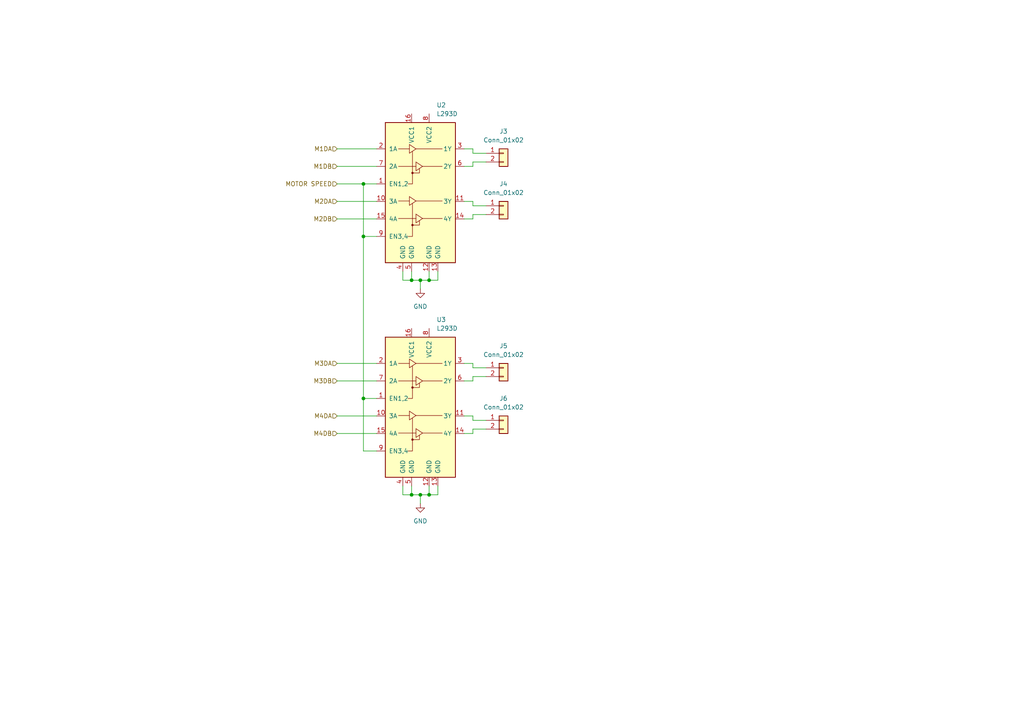
<source format=kicad_sch>
(kicad_sch (version 20250114) (generator "eeschema") (generator_version "9.0")
  (paper "A4")
  (title_block (title "Autonomous  Courier Robot \"Bad Apple\"") (date "2025-08-28") (rev "1") (company "Mixed Engineering Group 3 | STEM 12-Altruism / AY 2526 | CIT-U SHS"))
  (lib_symbols
    (symbol "Connector_Generic:Conn_01x02" (pin_names (offset 1.016) (hide yes))
      (property "Reference" "J" (at 0 2.54 0))
      (property "Value" "Conn_01x02" (at 0 -5.08 0))
      (symbol "Conn_01x02_1_1"
        (rectangle (start -1.27 1.27) (end 1.27 -3.81) (stroke (width 0.254)) (fill (type background)))
        (rectangle (start -1.27 0.127) (end 0 -0.127) (stroke (width 0.1524)))
        (rectangle (start -1.27 -2.413) (end 0 -2.667) (stroke (width 0.1524)))
        (pin passive line (at -5.08 0 0) (length 3.81) (name "Pin_1") (number "1"))
        (pin passive line (at -5.08 -2.54 0) (length 3.81) (name "Pin_2") (number "2"))
      )
    )
    (symbol "Driver_Motor:L293D" (pin_names (offset 1.016))
      (property "Reference" "U" (at -5.08 26.035 0))
      (property "Value" "L293D" (at -5.08 24.13 0))
      (symbol "L293D_0_1"
        (rectangle (start -10.16 22.86) (end 10.16 -17.78) (stroke (width 0.254)) (fill (type background)))
        (polyline (pts (xy -6.35 15.24) (xy -3.175 15.24)))
        (polyline (pts (xy -6.35 10.16) (xy -1.27 10.16)))
        (polyline (pts (xy -6.35 0.127) (xy -3.175 0.127)))
        (polyline (pts (xy -6.35 -4.953) (xy -1.27 -4.953)))
        (polyline (pts (xy -3.175 16.51) (xy -3.175 13.97) (xy -1.27 15.24) (xy -3.175 16.51)))
        (polyline (pts (xy -3.175 1.397) (xy -3.175 -1.143) (xy -1.27 0.127) (xy -3.175 1.397)))
        (polyline (pts (xy -2.286 14.478) (xy -2.286 5.08) (xy -3.556 5.08)))
        (circle (center -2.286 8.255) (radius 0.254) (fill (type outline)))
        (polyline (pts (xy -2.286 8.255) (xy -0.254 8.255) (xy -0.254 9.525)))
        (polyline (pts (xy -2.286 -0.635) (xy -2.286 -10.16) (xy -3.556 -10.16)))
        (circle (center -2.286 -6.858) (radius 0.254) (fill (type outline)))
        (polyline (pts (xy -2.286 -6.858) (xy -0.254 -6.858) (xy -0.254 -5.588)))
        (polyline (pts (xy -1.27 15.24) (xy 6.35 15.24)))
        (polyline (pts (xy -1.27 11.43) (xy -1.27 8.89) (xy 0.635 10.16) (xy -1.27 11.43)))
        (polyline (pts (xy -1.27 0.127) (xy 6.35 0.127)))
        (polyline (pts (xy -1.27 -3.683) (xy -1.27 -6.223) (xy 0.635 -4.953) (xy -1.27 -3.683)))
        (polyline (pts (xy 0.635 10.16) (xy 6.35 10.16)))
        (polyline (pts (xy 0.635 -4.953) (xy 6.35 -4.953)))
      )
      (symbol "L293D_1_1"
        (pin input line (at -12.7 15.24 0) (length 2.54) (name "1A") (number "2"))
        (pin input line (at -12.7 10.16 0) (length 2.54) (name "2A") (number "7"))
        (pin input line (at -12.7 5.08 0) (length 2.54) (name "EN1,2") (number "1"))
        (pin input line (at -12.7 0 0) (length 2.54) (name "3A") (number "10"))
        (pin input line (at -12.7 -5.08 0) (length 2.54) (name "4A") (number "15"))
        (pin input line (at -12.7 -10.16 0) (length 2.54) (name "EN3,4") (number "9"))
        (pin power_in line (at -5.08 -20.32 90) (length 2.54) (name "GND") (number "4"))
        (pin power_in line (at -2.54 25.4 270) (length 2.54) (name "VCC1") (number "16"))
        (pin power_in line (at -2.54 -20.32 90) (length 2.54) (name "GND") (number "5"))
        (pin power_in line (at 2.54 25.4 270) (length 2.54) (name "VCC2") (number "8"))
        (pin power_in line (at 2.54 -20.32 90) (length 2.54) (name "GND") (number "12"))
        (pin power_in line (at 5.08 -20.32 90) (length 2.54) (name "GND") (number "13"))
        (pin output line (at 12.7 15.24 180) (length 2.54) (name "1Y") (number "3"))
        (pin output line (at 12.7 10.16 180) (length 2.54) (name "2Y") (number "6"))
        (pin output line (at 12.7 0 180) (length 2.54) (name "3Y") (number "11"))
        (pin output line (at 12.7 -5.08 180) (length 2.54) (name "4Y") (number "14"))
      )
    )
    (symbol "power:GND" (power) (pin_numbers (hide yes)) (pin_names (offset 0) (hide yes))
      (property "Value" "GND" (at 0 -3.81 0))
      (symbol "GND_0_1"
        (polyline (pts (xy 0 0) (xy 0 -1.27) (xy 1.27 -1.27) (xy 0 -2.54) (xy -1.27 -1.27) (xy 0 -1.27)))
      )
      (symbol "GND_1_1"
        (pin power_in line (at 0 0 270) (length 0) (name "~") (number "1"))
      )
    )
  )
  (junction (at 105.41 115.57))
  (junction (at 121.92 143.51))
  (junction (at 119.38 81.28))
  (junction (at 124.46 143.51))
  (junction (at 121.92 81.28))
  (junction (at 105.41 68.58))
  (junction (at 119.38 143.51))
  (junction (at 124.46 81.28))
  (junction (at 105.41 53.34))
  (wire (pts (xy 127 143.51) (xy 127 140.97)))
  (wire (pts (xy 124.46 143.51) (xy 127 143.51)))
  (wire (pts (xy 121.92 83.82) (xy 121.92 81.28)))
  (wire (pts (xy 134.62 110.49) (xy 137.16 110.49)))
  (wire (pts (xy 134.62 105.41) (xy 137.16 105.41)))
  (wire (pts (xy 97.79 110.49) (xy 109.22 110.49)))
  (wire (pts (xy 119.38 78.74) (xy 119.38 81.28)))
  (wire (pts (xy 124.46 140.97) (xy 124.46 143.51)))
  (wire (pts (xy 116.84 140.97) (xy 116.84 143.51)))
  (wire (pts (xy 134.62 63.5) (xy 137.16 63.5)))
  (wire (pts (xy 137.16 43.18) (xy 137.16 44.45)))
  (wire (pts (xy 121.92 81.28) (xy 124.46 81.28)))
  (wire (pts (xy 105.41 115.57) (xy 109.22 115.57)))
  (wire (pts (xy 119.38 81.28) (xy 121.92 81.28)))
  (wire (pts (xy 137.16 46.99) (xy 137.16 48.26)))
  (wire (pts (xy 137.16 62.23) (xy 137.16 63.5)))
  (wire (pts (xy 105.41 53.34) (xy 109.22 53.34)))
  (wire (pts (xy 137.16 120.65) (xy 137.16 121.92)))
  (wire (pts (xy 124.46 81.28) (xy 127 81.28)))
  (wire (pts (xy 137.16 59.69) (xy 140.97 59.69)))
  (wire (pts (xy 137.16 58.42) (xy 137.16 59.69)))
  (wire (pts (xy 134.62 43.18) (xy 137.16 43.18)))
  (wire (pts (xy 97.79 48.26) (xy 109.22 48.26)))
  (wire (pts (xy 119.38 140.97) (xy 119.38 143.51)))
  (wire (pts (xy 97.79 53.34) (xy 105.41 53.34)))
  (wire (pts (xy 105.41 68.58) (xy 105.41 115.57)))
  (wire (pts (xy 119.38 143.51) (xy 121.92 143.51)))
  (wire (pts (xy 134.62 58.42) (xy 137.16 58.42)))
  (wire (pts (xy 137.16 121.92) (xy 140.97 121.92)))
  (wire (pts (xy 140.97 62.23) (xy 137.16 62.23)))
  (wire (pts (xy 97.79 63.5) (xy 109.22 63.5)))
  (wire (pts (xy 140.97 46.99) (xy 137.16 46.99)))
  (wire (pts (xy 124.46 78.74) (xy 124.46 81.28)))
  (wire (pts (xy 97.79 43.18) (xy 109.22 43.18)))
  (wire (pts (xy 121.92 146.05) (xy 121.92 143.51)))
  (wire (pts (xy 134.62 48.26) (xy 137.16 48.26)))
  (wire (pts (xy 105.41 68.58) (xy 105.41 53.34)))
  (wire (pts (xy 109.22 68.58) (xy 105.41 68.58)))
  (wire (pts (xy 116.84 81.28) (xy 119.38 81.28)))
  (wire (pts (xy 97.79 58.42) (xy 109.22 58.42)))
  (wire (pts (xy 97.79 125.73) (xy 109.22 125.73)))
  (wire (pts (xy 127 81.28) (xy 127 78.74)))
  (wire (pts (xy 134.62 120.65) (xy 137.16 120.65)))
  (wire (pts (xy 137.16 106.68) (xy 140.97 106.68)))
  (wire (pts (xy 109.22 130.81) (xy 105.41 130.81)))
  (wire (pts (xy 121.92 143.51) (xy 124.46 143.51)))
  (wire (pts (xy 140.97 124.46) (xy 137.16 124.46)))
  (wire (pts (xy 97.79 105.41) (xy 109.22 105.41)))
  (wire (pts (xy 116.84 78.74) (xy 116.84 81.28)))
  (wire (pts (xy 134.62 125.73) (xy 137.16 125.73)))
  (wire (pts (xy 137.16 105.41) (xy 137.16 106.68)))
  (wire (pts (xy 105.41 115.57) (xy 105.41 130.81)))
  (wire (pts (xy 137.16 124.46) (xy 137.16 125.73)))
  (wire (pts (xy 137.16 109.22) (xy 137.16 110.49)))
  (wire (pts (xy 137.16 44.45) (xy 140.97 44.45)))
  (wire (pts (xy 97.79 120.65) (xy 109.22 120.65)))
  (wire (pts (xy 116.84 143.51) (xy 119.38 143.51)))
  (wire (pts (xy 140.97 109.22) (xy 137.16 109.22)))
  (hierarchical_label "MOTOR SPEED" (shape input) (at 97.79 53.34 180))
  (hierarchical_label "M1DA" (shape input) (at 97.79 43.18 180))
  (hierarchical_label "M3DB" (shape input) (at 97.79 110.49 180))
  (hierarchical_label "M1DB" (shape input) (at 97.79 48.26 180))
  (hierarchical_label "M2DA" (shape input) (at 97.79 58.42 180))
  (hierarchical_label "M4DB" (shape input) (at 97.79 125.73 180))
  (hierarchical_label "M2DB" (shape input) (at 97.79 63.5 180))
  (hierarchical_label "M4DA" (shape input) (at 97.79 120.65 180))
  (hierarchical_label "M3DA" (shape input) (at 97.79 105.41 180))
  (symbol (lib_id "Driver_Motor:L293D") (at 121.92 58.42 0) (unit 1)
    (property "Reference" "U2" (at 126.6033 30.48 0) (effects (justify left)))
    (property "Value" "L293D" (at 126.6033 33.02 0) (effects (justify left)))
    (property "Footprint" "Package_DIP:DIP-16_W7.62mm" (effects (hide yes)))
    (property "Datasheet" "http://www.ti.com/lit/ds/symlink/l293.pdf" (effects (hide yes)))
    (property "Description" "Quadruple Half-H Drivers" (effects (hide yes)))
  )
  (symbol (lib_id "Connector_Generic:Conn_01x02") (at 146.05 59.69 0) (unit 1)
    (property "Reference" "J4" (at 146.05 53.34 0))
    (property "Value" "Conn_01x02" (at 146.05 55.88 0))
    (property "Footprint" "Connector_Wire:SolderWire-0.1sqmm_1x02_P3.6mm_D0.4mm_OD1mm" (effects (hide yes)))
    (property "Description" "Generic connector, single row, 01x02, script generated (kicad-library-utils/schlib/autogen/connector/)" (effects (hide yes)))
  )
  (symbol (lib_id "Connector_Generic:Conn_01x02") (at 146.05 44.45 0) (unit 1)
    (property "Reference" "J3" (at 146.05 38.1 0))
    (property "Value" "Conn_01x02" (at 146.05 40.64 0))
    (property "Footprint" "Connector_Wire:SolderWire-0.1sqmm_1x02_P3.6mm_D0.4mm_OD1mm" (effects (hide yes)))
    (property "Description" "Generic connector, single row, 01x02, script generated (kicad-library-utils/schlib/autogen/connector/)" (effects (hide yes)))
  )
  (symbol (lib_id "power:GND") (at 121.92 146.05 0) (unit 1)
    (property "Reference" "#PWR08" (effects (hide yes)))
    (property "Value" "GND" (at 121.92 151.13 0))
    (property "Description" "Power symbol creates a global label with name \"GND\" , ground" (effects (hide yes)))
  )
  (symbol (lib_id "Driver_Motor:L293D") (at 121.92 120.65 0) (unit 1)
    (property "Reference" "U3" (at 126.6033 92.71 0) (effects (justify left)))
    (property "Value" "L293D" (at 126.6033 95.25 0) (effects (justify left)))
    (property "Footprint" "Package_DIP:DIP-16_W7.62mm" (effects (hide yes)))
    (property "Datasheet" "http://www.ti.com/lit/ds/symlink/l293.pdf" (effects (hide yes)))
    (property "Description" "Quadruple Half-H Drivers" (effects (hide yes)))
  )
  (symbol (lib_id "power:GND") (at 121.92 83.82 0) (unit 1)
    (property "Reference" "#PWR07" (effects (hide yes)))
    (property "Value" "GND" (at 121.92 88.9 0))
    (property "Description" "Power symbol creates a global label with name \"GND\" , ground" (effects (hide yes)))
  )
  (symbol (lib_id "Connector_Generic:Conn_01x02") (at 146.05 121.92 0) (unit 1)
    (property "Reference" "J6" (at 146.05 115.57 0))
    (property "Value" "Conn_01x02" (at 146.05 118.11 0))
    (property "Footprint" "Connector_Wire:SolderWire-0.1sqmm_1x02_P3.6mm_D0.4mm_OD1mm" (effects (hide yes)))
    (property "Description" "Generic connector, single row, 01x02, script generated (kicad-library-utils/schlib/autogen/connector/)" (effects (hide yes)))
  )
  (symbol (lib_id "Connector_Generic:Conn_01x02") (at 146.05 106.68 0) (unit 1)
    (property "Reference" "J5" (at 146.05 100.33 0))
    (property "Value" "Conn_01x02" (at 146.05 102.87 0))
    (property "Footprint" "Connector_Wire:SolderWire-0.1sqmm_1x02_P3.6mm_D0.4mm_OD1mm" (effects (hide yes)))
    (property "Description" "Generic connector, single row, 01x02, script generated (kicad-library-utils/schlib/autogen/connector/)" (effects (hide yes)))
  )
)
</source>
